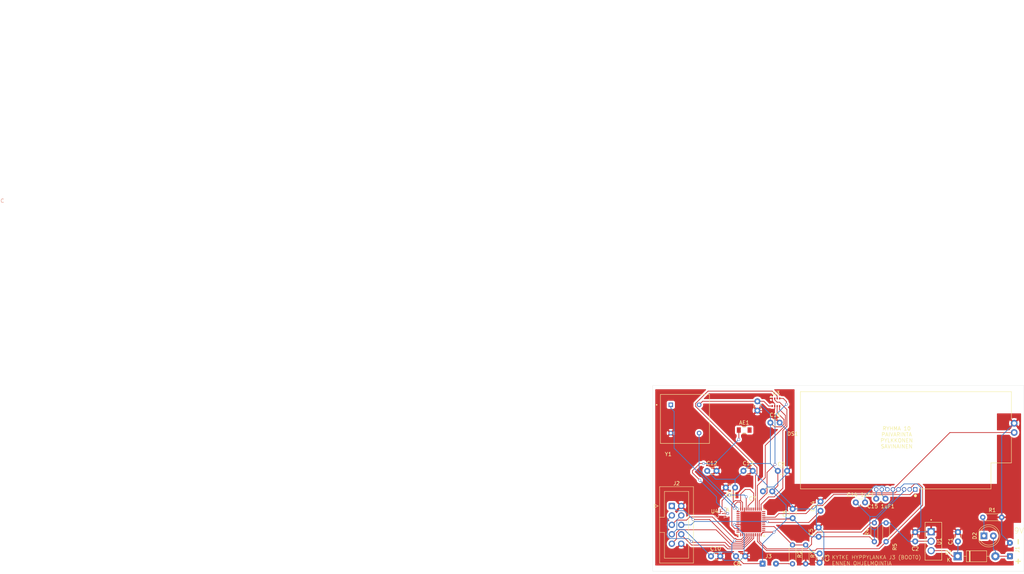
<source format=kicad_pcb>
(kicad_pcb (version 20240108) (generator "pcbnew") (generator_version "8.0")
  (layers (0 "F.Cu" signal) (31 "B.Cu" signal) (34 "B.Paste" user) (35 "F.Paste" user) (36 "B.SilkS" user "B.Silkscreen") (37 "F.SilkS" user "F.Silkscreen") (38 "B.Mask" user) (39 "F.Mask" user) (44 "Edge.Cuts" user))
  (net 0 "")
  (net 1 "GND")
  (net 2 "Net-(D1-K)")
  (net 3 "+3.3V")
  (net 4 "BOOT0")
  (net 5 "SRST")
  (net 6 "Net-(DS1-VOUT)")
  (net 7 "Net-(DS1-C1-)")
  (net 8 "Net-(DS1-C1+)")
  (net 9 "Net-(D1-A)")
  (net 10 "Net-(D2-K)")
  (net 11 ">SDA")
  (net 12 "RESET")
  (net 13 ">SCL")
  (net 14 "TMS")
  (net 15 "TDI")
  (net 16 "NRST")
  (net 17 "TCK")
  (net 18 "TDO")
  (net 19 "Net-(J3-Pin_2)")
  (net 20 "SDI")
  (net 24 "SCK")
  (net 29 "32IN")
  (net 35 "RF1")
  (net 43 "CSB")
  (net 44 "32OUT")
  (net 46 "SDO")
  (net 48 "Net-(U4-OUT)")
  (footprint "lcd:LCD_NHD-C0216CIZ-FSW-FBW-3V3" (layer "F.Cu") (at 240.25 63.2)
    (property "Reference" "DS1")
    (property "Value" "NHD-C0216CIZ-FSW-FBW-3V3")
  )
  (footprint "Resistor_THT:R_Axial_DIN0204_L3.6mm_D1.6mm_P5.08mm_Horizontal" (layer "F.Cu") (at 234.5 93.58 90)
    (property "Reference" "R4")
    (property "Value" "4.7 kΩ")
  )
  (footprint "lpf:CSP6_BUMPLESS_STM" (layer "F.Cu") (at 193.25 85.413 180)
    (property "Reference" "U4")
    (property "Value" "MLPF-WB-01E3")
  )
  (footprint "Capacitor_THT:C_Disc_D3.0mm_W1.6mm_P2.50mm" (layer "F.Cu") (at 206.5 61.5)
    (property "Reference" "C15")
    (property "Value" "100 nF")
  )
  (footprint "Capacitor_THT:C_Disc_D3.0mm_W1.6mm_P2.50mm" (layer "F.Cu") (at 219.5 92.25 90)
    (property "Reference" "C5")
    (property "Value" "4u7")
  )
  (footprint "Resistor_THT:R_Axial_DIN0204_L3.6mm_D1.6mm_P5.08mm_Horizontal" (layer "F.Cu") (at 263.695 87)
    (property "Reference" "R1")
    (property "Value" "330 Ω")
  )
  (footprint "Capacitor_THT:C_Disc_D3.0mm_W1.6mm_P2.50mm" (layer "F.Cu") (at 190.5 97.5)
    (property "Reference" "C10")
    (property "Value" "100 nF")
  )
  (footprint "Connector_Wire:SolderWire-0.1sqmm_1x02_P3.6mm_D0.4mm_OD1mm" (layer "F.Cu") (at 271 97.5 90)
    (property "Reference" "J1")
    (property "Value" "Conn_01x02_Pin")
  )
  (footprint "Capacitor_THT:C_Disc_D3.0mm_W1.6mm_P2.50mm" (layer "F.Cu") (at 257 93.5 90)
    (property "Reference" "C1")
    (property "Value" "100 nF")
  )
  (footprint "oskillaattori:XTAL_ACHL-32.000MHZ-EK" (layer "F.Cu") (at 183.5 60.5)
    (property "Reference" "Y1")
    (property "Value" "ACHL-32.000MHZ-EK")
  )
  (footprint "Package_LGA:Bosch_LGA-8_2.5x2.5mm_P0.65mm_ClockwisePinNumbering" (layer "F.Cu") (at 208 56)
    (property "Reference" "U3")
    (property "Value" "BME280")
  )
  (footprint "Resistor_THT:R_Axial_DIN0204_L3.6mm_D1.6mm_P5.08mm_Horizontal" (layer "F.Cu") (at 237.65 93.58 90)
    (property "Reference" "R5")
    (property "Value" "4.7 kΩ")
  )
  (footprint "Capacitor_THT:C_Disc_D3.0mm_W1.6mm_P2.50mm" (layer "F.Cu") (at 220 85.25 90)
    (property "Reference" "C14")
    (property "Value" "100 nF")
  )
  (footprint "Capacitor_THT:C_Disc_D3.0mm_W1.6mm_P2.50mm" (layer "F.Cu") (at 207 80 180)
    (property "Reference" "C7")
    (property "Value" "100 nF")
  )
  (footprint "Diode_THT:D_DO-41_SOD81_P10.16mm_Horizontal" (layer "F.Cu") (at 256.92 97.5)
    (property "Reference" "D1")
    (property "Value" "1N4001")
  )
  (footprint "Connector_IDC:IDC-Header_2x05_P2.54mm_Vertical" (layer "F.Cu") (at 179.96 83.96)
    (property "Reference" "J2")
    (property "Value" "AVR-JTAG-10")
  )
  (footprint "Capacitor_THT:C_Disc_D3.0mm_W1.6mm_P2.50mm" (layer "F.Cu") (at 245.5 93.5 90)
    (property "Reference" "C2")
    (property "Value" "10 uF")
  )
  (footprint "Capacitor_THT:C_Disc_D3.0mm_W1.6mm_P2.50mm" (layer "F.Cu") (at 189.5 74.5)
    (property "Reference" "C12")
    (property "Value" "100 nF")
  )
  (footprint "Capacitor_THT:C_Disc_D3.0mm_W1.6mm_P2.50mm" (layer "F.Cu") (at 197 79 180)
    (property "Reference" "C11")
    (property "Value" "4u7")
  )
  (footprint "Capacitor_THT:C_Disc_D3.0mm_W1.6mm_P2.50mm" (layer "F.Cu") (at 208.5 74.5)
    (property "Reference" "C9")
    (property "Value" "100 nF")
  )
  (footprint "Capacitor_THT:C_Disc_D3.0mm_W1.6mm_P2.50mm" (layer "F.Cu") (at 212.5 87.25 90)
    (property "Reference" "C6")
    (property "Value" "100 nF")
  )
  (footprint "Resistor_THT:R_Axial_DIN0204_L3.6mm_D1.6mm_P5.08mm_Horizontal" (layer "F.Cu") (at 212.46 94.46 -90)
    (property "Reference" "R2")
    (property "Value" "220 Ω")
  )
  (footprint "Capacitor_THT:C_Disc_D3.0mm_W1.6mm_P2.50mm" (layer "F.Cu") (at 203 55.75 -90)
    (property "Reference" "C4" (hide yes))
    (property "Value" "100 nF")
  )
  (footprint "Resistor_THT:R_Axial_DIN0204_L3.6mm_D1.6mm_P5.08mm_Horizontal" (layer "F.Cu") (at 216 94.46 -90)
    (property "Reference" "R3")
    (property "Value" "5k1 Ω")
  )
  (footprint "Package_DFN_QFN:QFN-48-1EP_7x7mm_P0.5mm_EP5.6x5.6mm" (layer "F.Cu") (at 201.25 88.25 180)
    (property "Reference" "U2" (hide yes))
    (property "Value" "STM32WB55CEUx")
  )
  (footprint "rekulaattori:TO255P1020X450X1968-3" (layer "F.Cu") (at 250.395 93.45 -90)
    (property "Reference" "U1")
    (property "Value" "LD1117V33")
  )
  (footprint "Connector_Wire:SolderWire-0.1sqmm_1x02_P3.6mm_D0.4mm_OD1mm" (layer "F.Cu") (at 204.4 99.5)
    (property "Reference" "J3")
    (property "Value" "Conn_01x02_Pin")
  )
  (footprint "Capacitor_THT:C_Disc_D3.0mm_W1.6mm_P2.50mm" (layer "F.Cu") (at 197.25 97.5)
    (property "Reference" "C8")
    (property "Value" "100 nF")
  )
  (footprint "footprints:ANT_W3008_PUL" (layer "F.Cu") (at 199.4478 63.5)
    (property "Reference" "AE1")
    (property "Value" "W3008")
  )
  (footprint "LED_THT:LED_D5.0mm_Clear" (layer "F.Cu") (at 264 92)
    (property "Reference" "D2")
    (property "Value" "LED")
  )
  (footprint "Capacitor_THT:C_Disc_D3.0mm_W1.6mm_P2.50mm" (layer "F.Cu") (at 219.75 96.75 -90)
    (property "Reference" "C3")
    (property "Value" "100 nF")
  )
  (footprint "Capacitor_THT:C_Disc_D3.0mm_W1.6mm_P2.50mm" (layer "F.Cu") (at 237.5 82 180)
    (property "Reference" "C15 1uF1")
    (property "Value" "1uF")
  )
  (footprint "Capacitor_THT:C_Disc_D3.0mm_W1.6mm_P2.50mm" (layer "F.Cu") (at 229.5 83)
    (property "Reference" "C14 1uF1")
    (property "Value" "~")
  )
  (footprint "Capacitor_THT:C_Disc_D3.0mm_W1.6mm_P2.50mm" (layer "F.Cu") (at 199.25 74.5)
    (property "Reference" "C13")
    (property "Value" "100 nF")
  )
  (gr_rect (start 174.775 51.5) (end 274.775 101.5) (stroke (width 0.05)) (fill none) (layer "Edge.Cuts"))
  (gr_text "C" (at -0.3048 1.7173 0) (layer "B.SilkS") (effects (font (size 1 1))))
  (gr_text "+   -" (at 274 100 90) (layer "F.SilkS") (effects (font (size 1.5 1.5) (thickness 0.3) (bold yes)) (justify left bottom)))
  (gr_text "KYTKE HYPPYLANKA J3 (BOOT0)\nENNEN OHJELMOINTIA" (at 223 100 0) (layer "F.SilkS") (effects (font (size 1 1) (thickness 0.1)) (justify left bottom)))
  (gr_text "9V" (at 272 91.5 0) (layer "F.SilkS") (effects (font (size 1.5 1.5) (thickness 0.1)) (justify left bottom)))
  (gr_text "RYHMA 10\nPAIVARINTA\nPYLKKONEN\nSAVINAINEN" (at 240.5 68.5 0) (layer "F.SilkS") (effects (font (size 1 1) (thickness 0.125)) (justify bottom)))
  (gr_text "A" (at 195 85 0) (layer "F.SilkS") (effects (font (size 1 1))))
  (segment (start 266.7716 88.0017) (end 259.9983 88.0017) (width 0.2) (layer "F.Cu") (net 1))
  (segment (start 195.111 77.611) (end 195.111 78.389) (width 0.2) (layer "F.Cu") (net 1))
  (segment (start 222.3323 80.4177) (end 220 82.75) (width 0.2) (layer "F.Cu") (net 1))
  (segment (start 191.96 74.5) (end 192 74.5) (width 0.2) (layer "F.Cu") (net 1))
  (segment (start 197.7863 88.9738) (end 197.8125 89) (width 0.2) (layer "F.Cu") (net 1))
  (segment (start 201.25 88.2499) (end 200.1369 87.1368) (width 0.2) (layer "F.Cu") (net 1))
  (segment (start 207.675 56.4733) (end 207.025 55.8233) (width 0.2) (layer "F.Cu") (net 1))
  (segment (start 203 58.25) (end 206.7039 58.25) (width 0.2) (layer "F.Cu") (net 1))
  (segment (start 267.7733 87) (end 266.7716 88.0017) (width 0.2) (layer "F.Cu") (net 1))
  (segment (start 207.25 58.25) (end 206.7039 58.25) (width 0.2) (layer "F.Cu") (net 1))
  (segment (start 195.111 78.389) (end 194.5 79) (width 0.2) (layer "F.Cu") (net 1))
  (segment (start 191 95.5) (end 193 97.5) (width 0.2) (layer "F.Cu") (net 1))
  (segment (start 249.79 90.9) (end 256.9 90.9) (width 0.2) (layer "F.Cu") (net 1))
  (segment (start 217.2917 99.25) (end 217.0017 99.54) (width 0.2) (layer "F.Cu") (net 1))
  (segment (start 182.5 94.12) (end 183.88 95.5) (width 0.2) (layer "F.Cu") (net 1))
  (segment (start 256.9 90.9) (end 257 91) (width 0.2) (layer "F.Cu") (net 1))
  (segment (start 183.88 95.5) (end 191 95.5) (width 0.2) (layer "F.Cu") (net 1))
  (segment (start 193 84.826) (end 193 85.413) (width 0.2) (layer "F.Cu") (net 1))
  (segment (start 201.25 88.25) (end 200.1369 87.1368) (width 0.2) (layer "F.Cu") (net 1))
  (segment (start 219.75 99.25) (end 217.2917 99.25) (width 0.2) (layer "F.Cu") (net 1))
  (segment (start 199.75 97.5) (end 212.9583 97.5) (width 0.2) (layer "F.Cu") (net 1))
  (segment (start 206.7039 59.2039) (end 209 61.5) (width 0.2) (layer "F.Cu") (net 1))
  (segment (start 196.812 88.9738) (end 197.7863 88.9738) (width 0.2) (layer "F.Cu") (net 1))
  (segment (start 181.81 64.31) (end 179.69 64.31) (width 0.2) (layer "F.Cu") (net 1))
  (segment (start 193 86) (end 184.54 86) (width 0.2) (layer "F.Cu") (net 1))
  (segment (start 241 79.5) (end 240.0823 80.4177) (width 0.2) (layer "F.Cu") (net 1))
  (segment (start 212.9583 97.5) (end 214.9983 99.54) (width 0.2) (layer "F.Cu") (net 1))
  (segment (start 197.8125 89) (end 200.5 89) (width 0.2) (layer "F.Cu") (net 1))
  (segment (start 207.025 55.8233) (end 207.025 54.975) (width 0.2) (layer "F.Cu") (net 1))
  (segment (start 193 85.413) (end 193.5 85.413) (width 0.2) (layer "F.Cu") (net 1))
  (segment (start 195.111 77.611) (end 192 74.5) (width 0.2) (layer "F.Cu") (net 1))
  (segment (start 201.75 74.5) (end 198.639 77.611) (width 0.2) (layer "F.Cu") (net 1))
  (segment (start 193 85.413) (end 193 86) (width 0.2) (layer "F.Cu") (net 1))
  (segment (start 200.5 89) (end 201.25 88.25) (width 0.2) (layer "F.Cu") (net 1))
  (segment (start 182.5 83.96) (end 191.96 74.5) (width 0.2) (layer "F.Cu") (net 1))
  (segment (start 259.9983 88.0017) (end 257 91) (width 0.2) (layer "F.Cu") (net 1))
  (segment (start 184.54 86) (end 182.5 83.96) (width 0.2) (layer "F.Cu") (net 1))
  (segment (start 206.7039 58.25) (end 206.7039 59.2039) (width 0.2) (layer "F.Cu") (net 1))
  (segment (start 216 99.54) (end 217.0017 99.54) (width 0.2) (layer "F.Cu") (net 1))
  (segment (start 207.675 57.025) (end 207.675 57.825) (width 0.2) (layer "F.Cu") (net 1))
  (segment (start 199.5 86.5) (end 199.5 84.8125) (width 0.2) (layer "F.Cu") (net 1))
  (segment (start 200.1369 87.1368) (end 199.5 86.5) (width 0.2) (layer "F.Cu") (net 1))
  (segment (start 207.675 57.025) (end 207.675 56.4733) (width 0.2) (layer "F.Cu") (net 1))
  (segment (start 240.0823 80.4177) (end 222.3323 80.4177) (width 0.2) (layer "F.Cu") (net 1))
  (segment (start 216 99.54) (end 214.9983 99.54) (width 0.2) (layer "F.Cu") (net 1))
  (segment (start 192 74.5) (end 181.81 64.31) (width 0.2) (layer "F.Cu") (net 1))
  (segment (start 198.639 77.611) (end 195.111 77.611) (width 0.2) (layer "F.Cu") (net 1))
  (segment (start 201.25 88.25) (end 201.25 88.2499) (width 0.2) (layer "F.Cu") (net 1))
  (segment (start 207.675 57.825) (end 207.25 58.25) (width 0.2) (layer "F.Cu") (net 1))
  (segment (start 268.775 87) (end 267.7733 87) (width 0.2) (layer "F.Cu") (net 1))
  (via (at 196.812 88.9738) (size 0.7) (drill 0.5) (layers "F.Cu" "B.Cu") (net 1))
  (segment (start 193 97.5) (end 194.1079 98.6079) (width 0.2) (layer "B.Cu") (net 1))
  (segment (start 194.1079 98.6079) (end 198.3353 98.6079) (width 0.2) (layer "B.Cu") (net 1))
  (segment (start 209 61.5) (end 211 63.5) (width 0.2) (layer "B.Cu") (net 1))
  (segment (start 199.4432 97.5) (end 199.4432 91.605) (width 0.2) (layer "B.Cu") (net 1))
  (segment (start 218.8919 84.75) (end 218.8919 89.1419) (width 0.2) (layer "B.Cu") (net 1))
  (segment (start 272.15 61.66) (end 268.775 65.035) (width 0.2) (layer "B.Cu") (net 1))
  (segment (start 220 82.75) (end 218.8919 83.8581) (width 0.2) (layer "B.Cu") (net 1))
  (segment (start 205.6681 78.4181) (end 205.6681 78.8319) (width 0.2) (layer "B.Cu") (net 1))
  (segment (start 220.8886 91.1386) (end 220.8886 98.1114) (width 0.2) (layer "B.Cu") (net 1))
  (segment (start 247 79) (end 247 89.5) (width 0.2) (layer "B.Cu") (net 1))
  (segment (start 245.6 90.9) (end 246.4296 90.0704) (width 0.2) (layer "B.Cu") (net 1))
  (segment (start 247 89.5) (end 246.4296 90.0704) (width 0.2) (layer "B.Cu") (net 1))
  (segment (start 198.3353 98.6079) (end 199.4432 97.5) (width 0.2) (layer "B.Cu") (net 1))
  (segment (start 211 63.5) (end 211 74.5) (width 0.2) (layer "B.Cu") (net 1))
  (segment (start 218.1419 84.75) (end 212.5 84.75) (width 0.2) (layer "B.Cu") (net 1))
  (segment (start 271 93.9) (end 268.775 91.675) (width 0.2) (layer "B.Cu") (net 1))
  (segment (start 199.4432 91.605) (end 196.812 88.9738) (width 0.2) (layer "B.Cu") (net 1))
  (segment (start 241 79.5) (end 242.5 78) (width 0.2) (layer "B.Cu") (net 1))
  (segment (start 205.6681 78.8319) (end 204.5 80) (width 0.2) (layer "B.Cu") (net 1))
  (segment (start 211 74.5) (end 211 75.2292) (width 0.2) (layer "B.Cu") (net 1))
  (segment (start 268.775 65.035) (end 268.775 87) (width 0.2) (layer "B.Cu") (net 1))
  (segment (start 218.8919 84) (end 218.1419 84.75) (width 0.2) (layer "B.Cu") (net 1))
  (segment (start 219.5 89.75) (end 220.8886 91.1386) (width 0.2) (layer "B.Cu") (net 1))
  (segment (start 220.8886 98.1114) (end 219.75 99.25) (width 0.2) (layer "B.Cu") (net 1))
  (segment (start 218.8919 83.8581) (end 218.8919 84.75) (width 0.2) (layer "B.Cu") (net 1))
  (segment (start 201.75 74.5) (end 205.6681 78.4181) (width 0.2) (layer "B.Cu") (net 1))
  (segment (start 249.79 90.9) (end 245.6 90.9) (width 0.2) (layer "B.Cu") (net 1))
  (segment (start 199.4432 97.5) (end 199.75 97.5) (width 0.2) (layer "B.Cu") (net 1))
  (segment (start 242.5 78) (end 246 78) (width 0.2) (layer "B.Cu") (net 1))
  (segment (start 218.8919 89.1419) (end 219.5 89.75) (width 0.2) (layer "B.Cu") (net 1))
  (segment (start 212.5 84.75) (end 212.5 83.9346) (width 0.2) (layer "B.Cu") (net 1))
  (segment (start 268.775 91.675) (end 268.775 87) (width 0.2) (layer "B.Cu") (net 1))
  (segment (start 246.4296 90.0704) (end 245.5 91) (width 0.2) (layer "B.Cu") (net 1))
  (segment (start 212.5 83.9346) (end 207.3973 78.8319) (width 0.2) (layer "B.Cu") (net 1))
  (segment (start 211 75.2292) (end 207.3973 78.8319) (width 0.2) (layer "B.Cu") (net 1))
  (segment (start 246 78) (end 247 79) (width 0.2) (layer "B.Cu") (net 1))
  (segment (start 207.3973 78.8319) (end 205.6681 78.8319) (width 0.2) (layer "B.Cu") (net 1))
  (segment (start 254.0183 96) (end 255.5183 97.5) (width 0.2) (layer "F.Cu") (net 2))
  (segment (start 256.92 97.5) (end 255.5183 97.5) (width 0.2) (layer "F.Cu") (net 2))
  (segment (start 249.79 96) (end 254.0183 96) (width 0.2) (layer "F.Cu") (net 2))
  (segment (start 257 96.0183) (end 257 93.5) (width 0.2) (layer "B.Cu") (net 2))
  (segment (start 256.92 97.5) (end 256.92 96.0983) (width 0.2) (layer "B.Cu") (net 2))
  (segment (start 256.92 96.0983) (end 257 96.0183) (width 0.2) (layer "B.Cu") (net 2))
  (segment (start 208.5 78.5) (end 208.5 74.5) (width 0.2) (layer "F.Cu") (net 3))
  (segment (start 198.7724 93.5) (end 200 92.2724) (width 0.2) (layer "F.Cu") (net 3))
  (segment (start 204.6875 87.5) (end 212.25 87.5) (width 0.2) (layer "F.Cu") (net 3))
  (segment (start 233.17 92.25) (end 234.5 93.58) (width 0.2) (layer "F.Cu") (net 3))
  (segment (start 196.5504 82.9496) (end 196.5 82.8992) (width 0.2) (layer "F.Cu") (net 3))
  (segment (start 208.325 58.8127) (end 208.325 57.025) (width 0.2) (layer "F.Cu") (net 3))
  (segment (start 201 79.5) (end 199.75 79.5) (width 0.2) (layer "F.Cu") (net 3))
  (segment (start 219.5 92.25) (end 233.17 92.25) (width 0.2) (layer "F.Cu") (net 3))
  (segment (start 196.1156 89.2087) (end 196.9069 90) (width 0.2) (layer "F.Cu") (net 3))
  (segment (start 204.6875 91) (end 207.4774 91) (width 0.2) (layer "F.Cu") (net 3))
  (segment (start 196.5 79.5) (end 197 79) (width 0.2) (layer "F.Cu") (net 3))
  (segment (start 196.84745 93.34745) (end 197 93.5) (width 0.2) (layer "F.Cu") (net 3))
  (segment (start 210.1393 60.627) (end 208.325 58.8127) (width 0.2) (layer "F.Cu") (net 3))
  (segment (start 207 80) (end 208.5 78.5) (width 0.2) (layer "F.Cu") (net 3))
  (segment (start 207.622 62.622) (end 209.4361 62.622) (width 0.2) (layer "F.Cu") (net 3))
  (segment (start 206.025 57.025) (end 204.75 55.75) (width 0.2) (layer "F.Cu") (net 3))
  (segment (start 198.5 80.75) (end 198.5 82.5) (width 0.2) (layer "F.Cu") (net 3))
  (segment (start 197.8125 90.5) (end 197.8125 90) (width 0.2) (layer "F.Cu") (net 3))
  (segment (start 245.55 93.45) (end 245.5 93.5) (width 0.2) (layer "F.Cu") (net 3))
  (segment (start 239.5 79.5) (end 254.84 64.16) (width 0.2) (layer "F.Cu") (net 3))
  (segment (start 204 91.6875) (end 204.6875 91) (width 0.2) (layer "F.Cu") (net 3))
  (segment (start 212.25 87.5) (end 212.5 87.25) (width 0.2) (layer "F.Cu") (net 3))
  (segment (start 204.75 55.75) (end 203 55.75) (width 0.2) (layer "F.Cu") (net 3))
  (segment (start 200 92.2724) (end 200 91.6875) (width 0.2) (layer "F.Cu") (net 3))
  (segment (start 202 80.5) (end 201 79.5) (width 0.2) (layer "F.Cu") (net 3))
  (segment (start 199.75 79.5) (end 198.5 80.75) (width 0.2) (layer "F.Cu") (net 3))
  (segment (start 199 83) (end 198.5 82.5) (width 0.2) (layer "F.Cu") (net 3))
  (segment (start 196.5504 82.9496) (end 196.1156 83.3844) (width 0.2) (layer "F.Cu") (net 3))
  (segment (start 200.5 84.8125) (end 200.5 83.930307) (width 0.2) (layer "F.Cu") (net 3))
  (segment (start 197 93.5) (end 198.7724 93.5) (width 0.2) (layer "F.Cu") (net 3))
  (segment (start 196.9069 90) (end 197.8125 90) (width 0.2) (layer "F.Cu") (net 3))
  (segment (start 188.25 55.75) (end 187.31 56.69) (width 0.2) (layer "F.Cu") (net 3))
  (segment (start 199 84.8125) (end 199 84.0593) (width 0.2) (layer "F.Cu") (net 3))
  (segment (start 254.84 64.16) (end 272.15 64.16) (width 0.2) (layer "F.Cu") (net 3))
  (segment (start 249.79 93.45) (end 245.55 93.45) (width 0.2) (layer "F.Cu") (net 3))
  (segment (start 210.1393 61.9188) (end 210.1393 60.627) (width 0.2) (layer "F.Cu") (net 3))
  (segment (start 203 55.75) (end 188.25 55.75) (width 0.2) (layer "F.Cu") (net 3))
  (segment (start 198.5 82.5) (end 197 82.5) (width 0.2) (layer "F.Cu") (net 3))
  (segment (start 204.4 99.5) (end 199.25 99.5) (width 0.2) (layer "F.Cu") (net 3))
  (segment (start 199.25 99.5) (end 197.25 97.5) (width 0.2) (layer "F.Cu") (net 3))
  (segment (start 206.5 61.5) (end 207.622 62.622) (width 0.2) (layer "F.Cu") (net 3))
  (segment (start 202 82.430307) (end 202 80.5) (width 0.2) (layer "F.Cu") (net 3))
  (segment (start 199 84.0593) (end 199 83) (width 0.2) (layer "F.Cu") (net 3))
  (segment (start 197 82.5) (end 196.5504 82.9496) (width 0.2) (layer "F.Cu") (net 3))
  (segment (start 207.025 57.025) (end 206.025 57.025) (width 0.2) (layer "F.Cu") (net 3))
  (segment (start 196.5 82.8992) (end 196.5 79.5) (width 0.2) (layer "F.Cu") (net 3))
  (segment (start 196.1156 83.3844) (end 196.1156 89.2087) (width 0.2) (layer "F.Cu") (net 3))
  (segment (start 209.4361 62.622) (end 210.1393 61.9188) (width 0.2) (layer "F.Cu") (net 3))
  (segment (start 200.5 83.930307) (end 202 82.430307) (width 0.2) (layer "F.Cu") (net 3))
  (via (at 196.84745 93.34745) (size 0.7) (drill 0.5) (layers "F.Cu" "B.Cu") (net 3))
  (via (at 207.4774 91) (size 0.7) (drill 0.5) (layers "F.Cu" "B.Cu") (net 3))
  (segment (start 206.5 72.5) (end 206.5 61.5) (width 0.2) (layer "B.Cu") (net 3))
  (segment (start 243.6517 93.5) (end 238.6517 88.5) (width 0.2) (layer "B.Cu") (net 3))
  (segment (start 204.4 99.5) (end 204.4 94.0774) (width 0.2) (layer "B.Cu") (net 3))
  (segment (start 208.5 74.5) (end 206.5 72.5) (width 0.2) (layer "B.Cu") (net 3))
  (segment (start 233.2935 89.4418) (end 233.2935 86.9453) (width 0.2) (layer "B.Cu") (net 3))
  (segment (start 210.7238 87.25) (end 212.5 87.25) (width 0.2) (layer "B.Cu") (net 3))
  (segment (start 204.4 94.0774) (end 207.4774 91) (width 0.2) (layer "B.Cu") (net 3))
  (segment (start 191.75 76.75) (end 189.5 74.5) (width 0.2) (layer "B.Cu") (net 3))
  (segment (start 234.1483 90.2966) (end 233.2935 89.4418) (width 0.2) (layer "B.Cu") (net 3))
  (segment (start 197 76.75) (end 191.75 76.75) (width 0.2) (layer "B.Cu") (net 3))
  (segment (start 234.8517 90.2966) (end 236.6483 88.5) (width 0.2) (layer "B.Cu") (net 3))
  (segment (start 235.0395 86.7935) (end 239.5 82.333) (width 0.2) (layer "B.Cu") (net 3))
  (segment (start 181.23 90.31) (end 179.96 91.58) (width 0.2) (layer "B.Cu") (net 3))
  (segment (start 183.31 90.31) (end 190.5 97.5) (width 0.2) (layer "B.Cu") (net 3))
  (segment (start 234.5 90.6483) (end 234.8517 90.2966) (width 0.2) (layer "B.Cu") (net 3))
  (segment (start 197.25 97.5) (end 196.1153 96.3653) (width 0.2) (layer "B.Cu") (net 3))
  (segment (start 191.6347 96.3653) (end 190.5 97.5) (width 0.2) (layer "B.Cu") (net 3))
  (segment (start 233.2935 86.9453) (end 233.4453 86.7935) (width 0.2) (layer "B.Cu") (net 3))
  (segment (start 234.8517 90.2966) (end 234.1483 90.2966) (width 0.2) (layer "B.Cu") (net 3))
  (segment (start 233.2935 86.7935) (end 233.2935 86.9453) (width 0.2) (layer "B.Cu") (net 3))
  (segment (start 229.5 83) (end 233.2935 86.7935) (width 0.2) (layer "B.Cu") (net 3))
  (segment (start 181.3094 87.6906) (end 181.3094 90.31) (width 0.2) (layer "B.Cu") (net 3))
  (segment (start 197 76.75) (end 199.25 74.5) (width 0.2) (layer "B.Cu") (net 3))
  (segment (start 199.25 74.5) (end 201.25 72.5) (width 0.2) (layer "B.Cu") (net 3))
  (segment (start 196.84745 93.34745) (end 196.1153 94.0796) (width 0.2) (layer "B.Cu") (net 3))
  (segment (start 206.5 61.5) (end 206.5 59.25) (width 0.2) (layer "B.Cu") (net 3))
  (segment (start 217.5 92.25) (end 219.5 92.25) (width 0.2) (layer "B.Cu") (net 3))
  (segment (start 234.5 93.58) (end 234.5 90.6483) (width 0.2) (layer "B.Cu") (net 3))
  (segment (start 182.5 86.5) (end 181.3094 87.6906) (width 0.2) (layer "B.Cu") (net 3))
  (segment (start 206.5 59.25) (end 203 55.75) (width 0.2) (layer "B.Cu") (net 3))
  (segment (start 197 79) (end 197 76.75) (width 0.2) (layer "B.Cu") (net 3))
  (segment (start 181.3094 90.31) (end 183.31 90.31) (width 0.2) (layer "B.Cu") (net 3))
  (segment (start 181.3094 90.31) (end 181.23 90.31) (width 0.2) (layer "B.Cu") (net 3))
  (segment (start 237.65 88.5) (end 238.6517 88.5) (width 0.2) (layer "B.Cu") (net 3))
  (segment (start 210.7238 87.7536) (end 210.7238 87.25) (width 0.2) (layer "B.Cu") (net 3))
  (segment (start 212.5 87.25) (end 217.5 92.25) (width 0.2) (layer "B.Cu") (net 3))
  (segment (start 201.25 72.5) (end 206.5 72.5) (width 0.2) (layer "B.Cu") (net 3))
  (segment (start 233.4453 86.7935) (end 235.0395 86.7935) (width 0.2) (layer "B.Cu") (net 3))
  (segment (start 237.65 88.5) (end 236.6483 88.5) (width 0.2) (layer "B.Cu") (net 3))
  (segment (start 196.1153 94.0796) (end 196.1153 96.3653) (width 0.2) (layer "B.Cu") (net 3))
  (segment (start 210.7238 87.25) (end 210.7238 83.7238) (width 0.2) (layer "B.Cu") (net 3))
  (segment (start 245.5 93.5) (end 243.6517 93.5) (width 0.2) (layer "B.Cu") (net 3))
  (segment (start 210.7238 83.7238) (end 207 80) (width 0.2) (layer "B.Cu") (net 3))
  (segment (start 196.1153 96.3653) (end 191.6347 96.3653) (width 0.2) (layer "B.Cu") (net 3))
  (segment (start 207.4774 91) (end 210.7238 87.7536) (width 0.2) (layer "B.Cu") (net 3))
  (segment (start 239.5 82.333) (end 239.5 79.5) (width 0.2) (layer "B.Cu") (net 3))
  (segment (start 204.6875 89.5) (end 207.5 89.5) (width 0.2) (layer "F.Cu") (net 4))
  (segment (start 216 94.46) (end 212.46 94.46) (width 0.2) (layer "F.Cu") (net 4))
  (segment (start 207.5 89.5) (end 212.46 94.46) (width 0.2) (layer "F.Cu") (net 4))
  (segment (start 218.29 96.75) (end 216 94.46) (width 0.2) (layer "B.Cu") (net 4))
  (segment (start 219.75 96.75) (end 218.29 96.75) (width 0.2) (layer "B.Cu") (net 4))
  (segment (start 216.8501 88.3999) (end 205.9085 88.3999) (width 0.2) (layer "F.Cu") (net 5))
  (segment (start 205.5086 88) (end 205.7102 88.2016) (width 0.2) (layer "F.Cu") (net 5))
  (segment (start 220 85.25) (end 216.8501 88.3999) (width 0.2) (layer "F.Cu") (net 5))
  (segment (start 205.9085 88.3999) (end 205.7102 88.2016) (width 0.2) (layer "F.Cu") (net 5))
  (segment (start 204.6875 88) (end 205.5086 88) (width 0.2) (layer "F.Cu") (net 5))
  (via (at 205.7102 88.2016) (size 0.7) (drill 0.5) (layers "F.Cu" "B.Cu") (net 5))
  (segment (start 182.5 89.04) (end 185.1576 89.04) (width 0.2) (layer "B.Cu") (net 5))
  (segment (start 205.6355 88.1269) (end 205.7102 88.2016) (width 0.2) (layer "B.Cu") (net 5))
  (segment (start 185.1576 89.04) (end 186.0707 88.1269) (width 0.2) (layer "B.Cu") (net 5))
  (segment (start 186.0707 88.1269) (end 205.6355 88.1269) (width 0.2) (layer "B.Cu") (net 5))
  (segment (start 237.0816 78.5816) (end 238 79.5) (width 0.2) (layer "B.Cu") (net 6))
  (segment (start 232 81.1647) (end 234.5831 78.5816) (width 0.2) (layer "B.Cu") (net 6))
  (segment (start 234.5831 78.5816) (end 237.0816 78.5816) (width 0.2) (layer "B.Cu") (net 6))
  (segment (start 232 83) (end 232 81.1647) (width 0.2) (layer "B.Cu") (net 6))
  (segment (start 234.75 79.75) (end 235 79.5) (width 0.2) (layer "B.Cu") (net 7))
  (segment (start 235 79.5) (end 235 82) (width 0.2) (layer "B.Cu") (net 7))
  (segment (start 236.5 81) (end 237.5 82) (width 0.2) (layer "B.Cu") (net 8))
  (segment (start 236.5 79.5) (end 236.5 81) (width 0.2) (layer "B.Cu") (net 8))
  (segment (start 267.08 97.5) (end 271 97.5) (width 0.2) (layer "F.Cu") (net 9))
  (segment (start 267.08 97.5) (end 267.08 96.0983) (width 0.2) (layer "B.Cu") (net 9))
  (segment (start 266.54 95.5583) (end 267.08 96.0983) (width 0.2) (layer "B.Cu") (net 9))
  (segment (start 266.54 92) (end 266.54 95.5583) (width 0.2) (layer "B.Cu") (net 9))
  (segment (start 264 87.305) (end 263.695 87) (width 0.2) (layer "B.Cu") (net 10))
  (segment (start 264 92) (end 264 87.305) (width 0.2) (layer "B.Cu") (net 10))
  (segment (start 205.557486 95.4918) (end 216.3856 95.4918) (width 0.2) (layer "F.Cu") (net 11))
  (segment (start 203.5 93.434314) (end 205.557486 95.4918) (width 0.2) (layer "F.Cu") (net 11))
  (segment (start 230.9983 91) (end 233.4983 88.5) (width 0.2) (layer "F.Cu") (net 11))
  (segment (start 233.4983 88.5) (end 234.5 88.5) (width 0.2) (layer "F.Cu") (net 11))
  (segment (start 216.3856 95.4918) (end 217.5954 94.282) (width 0.2) (layer "F.Cu") (net 11))
  (segment (start 219.1864 91) (end 230.9983 91) (width 0.2) (layer "F.Cu") (net 11))
  (segment (start 217.5954 92.591) (end 219.1864 91) (width 0.2) (layer "F.Cu") (net 11))
  (segment (start 217.5954 94.282) (end 217.5954 92.591) (width 0.2) (layer "F.Cu") (net 11))
  (segment (start 203.5 91.6875) (end 203.5 93.434314) (width 0.2) (layer "F.Cu") (net 11))
  (segment (start 234.5 88.5) (end 234.5 88) (width 0.2) (layer "B.Cu") (net 11))
  (segment (start 242.5 80) (end 242.5 79.5) (width 0.2) (layer "B.Cu") (net 11))
  (segment (start 234.5 88) (end 242.5 80) (width 0.2) (layer "B.Cu") (net 11))
  (segment (start 207.7985 87) (end 208.7985 86) (width 0.2) (layer "F.Cu") (net 12))
  (segment (start 244.122 80.878) (end 245.5 79.5) (width 0.2) (layer "F.Cu") (net 12))
  (segment (start 223.4929 80.878) (end 244.122 80.878) (width 0.2) (layer "F.Cu") (net 12))
  (segment (start 216.1134 86) (end 218.2617 83.8517) (width 0.2) (layer "F.Cu") (net 12))
  (segment (start 220.5192 83.8517) (end 223.4929 80.878) (width 0.2) (layer "F.Cu") (net 12))
  (segment (start 208.7985 86) (end 216.1134 86) (width 0.2) (layer "F.Cu") (net 12))
  (segment (start 204.6875 87) (end 207.7985 87) (width 0.2) (layer "F.Cu") (net 12))
  (segment (start 218.2617 83.8517) (end 220.5192 83.8517) (width 0.2) (layer "F.Cu") (net 12))
  (segment (start 245.3498 78) (end 244 79.3498) (width 0.2) (layer "F.Cu") (net 13))
  (segment (start 237.65 93.58) (end 247.5 83.73) (width 0.2) (layer "F.Cu") (net 13))
  (segment (start 244 79.3498) (end 244 79.5) (width 0.2) (layer "F.Cu") (net 13))
  (segment (start 247.5 79) (end 246.5 78) (width 0.2) (layer "F.Cu") (net 13))
  (segment (start 218.5995 95.9251) (end 219.0502 95.4744) (width 0.2) (layer "F.Cu") (net 13))
  (segment (start 219.0502 95.4744) (end 235.7556 95.4744) (width 0.2) (layer "F.Cu") (net 13))
  (segment (start 246.5 78) (end 245.3498 78) (width 0.2) (layer "F.Cu") (net 13))
  (segment (start 247.5 83.73) (end 247.5 79) (width 0.2) (layer "F.Cu") (net 13))
  (segment (start 235.7556 95.4744) (end 237.65 93.58) (width 0.2) (layer "F.Cu") (net 13))
  (segment (start 203 91.6875) (end 203 93.5) (width 0.2) (layer "F.Cu") (net 13))
  (segment (start 203 93.5) (end 205.4251 95.9251) (width 0.2) (layer "F.Cu") (net 13))
  (segment (start 205.4251 95.9251) (end 218.5995 95.9251) (width 0.2) (layer "F.Cu") (net 13))
  (segment (start 190.9015 86.9015) (end 184.8128 86.9015) (width 0.2) (layer "F.Cu") (net 14))
  (segment (start 184.8128 86.9015) (end 183.9443 87.77) (width 0.2) (layer "F.Cu") (net 14))
  (segment (start 196.69745 92.69745) (end 190.9015 86.9015) (width 0.2) (layer "F.Cu") (net 14))
  (segment (start 198.6405 93) (end 197.419239 93) (width 0.2) (layer "F.Cu") (net 14))
  (segment (start 197.116689 92.69745) (end 196.69745 92.69745) (width 0.2) (layer "F.Cu") (net 14))
  (segment (start 199.5 91.6875) (end 199.5 92.1405) (width 0.2) (layer "F.Cu") (net 14))
  (segment (start 197.419239 93) (end 197.116689 92.69745) (width 0.2) (layer "F.Cu") (net 14))
  (segment (start 181.23 87.77) (end 179.96 89.04) (width 0.2) (layer "F.Cu") (net 14))
  (segment (start 183.9443 87.77) (end 181.23 87.77) (width 0.2) (layer "F.Cu") (net 14))
  (segment (start 199.5 92.1405) (end 198.6405 93) (width 0.2) (layer "F.Cu") (net 14))
  (segment (start 196 94.5) (end 198.9663 94.5) (width 0.2) (layer "F.Cu") (net 15))
  (segment (start 198.9663 94.5) (end 201 92.4663) (width 0.2) (layer "F.Cu") (net 15))
  (segment (start 191.8699 90.3699) (end 196 94.5) (width 0.2) (layer "F.Cu") (net 15))
  (segment (start 179.96 94.12) (end 181.23 92.85) (width 0.2) (layer "F.Cu") (net 15))
  (segment (start 201 92.4663) (end 201 91.6875) (width 0.2) (layer "F.Cu") (net 15))
  (segment (start 182.0217 90.3699) (end 191.8699 90.3699) (width 0.2) (layer "F.Cu") (net 15))
  (segment (start 181.23 91.1616) (end 182.0217 90.3699) (width 0.2) (layer "F.Cu") (net 15))
  (segment (start 181.23 92.85) (end 181.23 91.1616) (width 0.2) (layer "F.Cu") (net 15))
  (segment (start 194 94.5) (end 195 95.5) (width 0.2) (layer "F.Cu") (net 16))
  (segment (start 202 92.6526) (end 202 91.6875) (width 0.2) (layer "F.Cu") (net 16))
  (segment (start 182.5 91.6938) (end 185.3062 94.5) (width 0.2) (layer "F.Cu") (net 16))
  (segment (start 185.3062 94.5) (end 194 94.5) (width 0.2) (layer "F.Cu") (net 16))
  (segment (start 195 95.5) (end 199.1526 95.5) (width 0.2) (layer "F.Cu") (net 16))
  (segment (start 182.5 91.58) (end 182.5 91.6938) (width 0.2) (layer "F.Cu") (net 16))
  (segment (start 199.1526 95.5) (end 202 92.6526) (width 0.2) (layer "F.Cu") (net 16))
  (segment (start 196.5 94) (end 198.8443 94) (width 0.2) (layer "F.Cu") (net 17))
  (segment (start 190.0913 87.5913) (end 196.5 94) (width 0.2) (layer "F.Cu") (net 17))
  (segment (start 198.8443 94) (end 200.5 92.3443) (width 0.2) (layer "F.Cu") (net 17))
  (segment (start 185.6847 87.5913) (end 190.0913 87.5913) (width 0.2) (layer "F.Cu") (net 17))
  (segment (start 200.5 92.3443) (end 200.5 91.6875) (width 0.2) (layer "F.Cu") (net 17))
  (via (at 185.6847 87.5913) (size 0.7) (drill 0.5) (layers "F.Cu" "B.Cu") (net 17))
  (segment (start 183.3234 85.23) (end 181.23 85.23) (width 0.2) (layer "B.Cu") (net 17))
  (segment (start 181.23 85.23) (end 179.96 83.96) (width 0.2) (layer "B.Cu") (net 17))
  (segment (start 185.6847 87.5913) (end 183.3234 85.23) (width 0.2) (layer "B.Cu") (net 17))
  (segment (start 195.5 95) (end 199.0647 95) (width 0.2) (layer "F.Cu") (net 18))
  (segment (start 194.2555 93.7555) (end 195.5 95) (width 0.2) (layer "F.Cu") (net 18))
  (segment (start 185.2345 93.5068) (end 185.4832 93.7555) (width 0.2) (layer "F.Cu") (net 18))
  (segment (start 185.4832 93.7555) (end 194.2555 93.7555) (width 0.2) (layer "F.Cu") (net 18))
  (segment (start 201.5 92.5647) (end 201.5 91.6875) (width 0.2) (layer "F.Cu") (net 18))
  (segment (start 199.0647 95) (end 201.5 92.5647) (width 0.2) (layer "F.Cu") (net 18))
  (via (at 185.2345 93.5068) (size 0.7) (drill 0.5) (layers "F.Cu" "B.Cu") (net 18))
  (segment (start 179.4736 92.7342) (end 184.4619 92.7342) (width 0.2) (layer "B.Cu") (net 18))
  (segment (start 178.7961 92.0567) (end 179.4736 92.7342) (width 0.2) (layer "B.Cu") (net 18))
  (segment (start 184.4619 92.7342) (end 185.2345 93.5068) (width 0.2) (layer "B.Cu") (net 18))
  (segment (start 178.7961 87.6639) (end 178.7961 92.0567) (width 0.2) (layer "B.Cu") (net 18))
  (segment (start 179.96 86.5) (end 178.7961 87.6639) (width 0.2) (layer "B.Cu") (net 18))
  (segment (start 212.46 99.54) (end 211.4583 99.54) (width 0.2) (layer "F.Cu") (net 19))
  (segment (start 211.4183 99.5) (end 211.4583 99.54) (width 0.2) (layer "F.Cu") (net 19))
  (segment (start 208 99.5) (end 211.4183 99.5) (width 0.2) (layer "F.Cu") (net 19))
  (segment (start 202.5 84.8125) (end 202.5 75.7419) (width 0.2) (layer "F.Cu") (net 20))
  (segment (start 207 53) (end 208.325 54.325) (width 0.2) (layer "F.Cu") (net 20))
  (segment (start 202.8827 73.6064) (end 186.3808 57.1045) (width 0.2) (layer "F.Cu") (net 20))
  (segment (start 202.5 75.7419) (end 202.8827 75.3592) (width 0.2) (layer "F.Cu") (net 20))
  (segment (start 202.8827 75.3592) (end 202.8827 73.6064) (width 0.2) (layer "F.Cu") (net 20))
  (segment (start 186.3808 57.1045) (end 186.3808 56.3233) (width 0.2) (layer "F.Cu") (net 20))
  (segment (start 186.3808 56.3233) (end 189.7041 53) (width 0.2) (layer "F.Cu") (net 20))
  (segment (start 208.325 54.325) (end 208.325 54.975) (width 0.2) (layer "F.Cu") (net 20))
  (segment (start 189.7041 53) (end 207 53) (width 0.2) (layer "F.Cu") (net 20))
  (segment (start 203.5 84.8125) (end 203.5 82.5581) (width 0.2) (layer "F.Cu") (net 24))
  (segment (start 205.6017 80.4564) (end 205.6017 74.9017) (width 0.2) (layer "F.Cu") (net 24))
  (segment (start 208.975 54.975) (end 209.975 54.975) (width 0.2) (layer "F.Cu") (net 24))
  (segment (start 203.5 82.5581) (end 205.6017 80.4564) (width 0.2) (layer "F.Cu") (net 24))
  (segment (start 209.975 54.975) (end 210.8037 55.8037) (width 0.2) (layer "F.Cu") (net 24))
  (segment (start 205.6017 74.9017) (end 207.7356 72.7678) (width 0.2) (layer "F.Cu") (net 24))
  (segment (start 210.8037 55.8037) (end 210.8037 56.544) (width 0.2) (layer "F.Cu") (net 24))
  (via (at 210.8037 56.544) (size 0.7) (drill 0.5) (layers "F.Cu" "B.Cu") (net 24))
  (via (at 207.7356 72.7678) (size 0.7) (drill 0.5) (layers "F.Cu" "B.Cu") (net 24))
  (segment (start 207.7356 59.6121) (end 207.7356 72.7678) (width 0.2) (layer "B.Cu") (net 24))
  (segment (start 210.8037 56.544) (end 207.7356 59.6121) (width 0.2) (layer "B.Cu") (net 24))
  (segment (start 197.572674 82.9) (end 196.7952 83.677475) (width 0.2) (layer "F.Cu") (net 29))
  (segment (start 198.5 83.065686) (end 198.334314 82.9) (width 0.2) (layer "F.Cu") (net 29))
  (segment (start 198.334314 82.9) (end 197.572674 82.9) (width 0.2) (layer "F.Cu") (net 29))
  (segment (start 198.5 84.8125) (end 198.5 83.065686) (width 0.2) (layer "F.Cu") (net 29))
  (segment (start 196.7952 83.677475) (end 196.7952 84.5955) (width 0.2) (layer "F.Cu") (net 29))
  (via (at 196.7952 84.5955) (size 0.7) (drill 0.5) (layers "F.Cu" "B.Cu") (net 29))
  (segment (start 179.69 57.5957) (end 180.5957 58.5014) (width 0.2) (layer "B.Cu") (net 29))
  (segment (start 180.5957 68.396) (end 196.7952 84.5955) (width 0.2) (layer "B.Cu") (net 29))
  (segment (start 179.69 56.69) (end 179.69 57.5957) (width 0.2) (layer "B.Cu") (net 29))
  (segment (start 180.5957 58.5014) (end 180.5957 68.396) (width 0.2) (layer "B.Cu") (net 29))
  (segment (start 200 81.5) (end 200 84.8125) (width 0.2) (layer "F.Cu") (net 35))
  (segment (start 193.5 84.826) (end 193.5 82.5) (width 0.2) (layer "F.Cu") (net 35))
  (segment (start 193.5 82.5) (end 195 81) (width 0.2) (layer "F.Cu") (net 35))
  (segment (start 195 81) (end 195.5 81) (width 0.2) (layer "F.Cu") (net 35))
  (via (at 200 81.5) (size 0.7) (drill 0.5) (layers "F.Cu" "B.Cu") (net 35))
  (via (at 195.5 81) (size 0.7) (drill 0.5) (layers "F.Cu" "B.Cu") (net 35))
  (segment (start 199.5 81) (end 200 81.5) (width 0.2) (layer "B.Cu") (net 35))
  (segment (start 195.5 81) (end 199.5 81) (width 0.2) (layer "B.Cu") (net 35))
  (segment (start 209.8478 63.6143) (end 210.9427 62.5194) (width 0.2) (layer "F.Cu") (net 43))
  (segment (start 210.9427 62.5194) (end 210.9427 57.9677) (width 0.2) (layer "F.Cu") (net 43))
  (segment (start 204 84.8125) (end 204 83.5) (width 0.2) (layer "F.Cu") (net 43))
  (segment (start 206 81.5) (end 207.527818 81.5) (width 0.2) (layer "F.Cu") (net 43))
  (segment (start 208.975 56) (end 208.325 56) (width 0.2) (layer "F.Cu") (net 43))
  (segment (start 209.8478 79.180018) (end 209.8478 63.6143) (width 0.2) (layer "F.Cu") (net 43))
  (segment (start 210.9427 57.9677) (end 208.975 56) (width 0.2) (layer "F.Cu") (net 43))
  (segment (start 207.675 55.35) (end 207.675 54.975) (width 0.2) (layer "F.Cu") (net 43))
  (segment (start 207.527818 81.5) (end 209.8478 79.180018) (width 0.2) (layer "F.Cu") (net 43))
  (segment (start 204 83.5) (end 206 81.5) (width 0.2) (layer "F.Cu") (net 43))
  (segment (start 208.325 56) (end 207.675 55.35) (width 0.2) (layer "F.Cu") (net 43))
  (segment (start 197.6975 85.385) (end 197.6975 84.8125) (width 0.2) (layer "F.Cu") (net 44))
  (segment (start 197.8125 85.5) (end 197.6975 85.385) (width 0.2) (layer "F.Cu") (net 44))
  (via (at 197.6975 84.8125) (size 0.7) (drill 0.5) (layers "F.Cu" "B.Cu") (net 44))
  (segment (start 187.31 64.31) (end 187.31 74.1832) (width 0.2) (layer "B.Cu") (net 44))
  (segment (start 197.6975 84.5707) (end 197.6975 84.8125) (width 0.2) (layer "B.Cu") (net 44))
  (segment (start 187.31 74.1832) (end 197.6975 84.5707) (width 0.2) (layer "B.Cu") (net 44))
  (segment (start 205.125 67.6639) (end 210.541 62.2479) (width 0.2) (layer "F.Cu") (net 46))
  (segment (start 203 84.8125) (end 203 78.4442) (width 0.2) (layer "F.Cu") (net 46))
  (segment (start 203 78.4442) (end 205.125 76.3192) (width 0.2) (layer "F.Cu") (net 46))
  (segment (start 208.975 57.975) (end 208.975 57.025) (width 0.2) (layer "F.Cu") (net 46))
  (segment (start 205.125 76.3192) (end 205.125 67.6639) (width 0.2) (layer "F.Cu") (net 46))
  (segment (start 210.541 62.2479) (end 210.541 59.541) (width 0.2) (layer "F.Cu") (net 46))
  (segment (start 210.541 59.541) (end 208.975 57.975) (width 0.2) (layer "F.Cu") (net 46))
  (segment (start 195 86) (end 193.5 86) (width 0.2) (layer "F.Cu") (net 48))
  (segment (start 185.5 75) (end 187.5 77) (width 0.2) (layer "F.Cu") (net 48))
  (segment (start 185.5 74.5) (end 185.5 75) (width 0.2) (layer "F.Cu") (net 48))
  (segment (start 188.5 72.5) (end 187.5 72.5) (width 0.2) (layer "F.Cu") (net 48))
  (segment (start 198 63.5) (end 198 66) (width 0.2) (layer "F.Cu") (net 48))
  (segment (start 187.5 72.5) (end 185.5 74.5) (width 0.2) (layer "F.Cu") (net 48))
  (via (at 195 86) (size 0.7) (drill 0.5) (layers "F.Cu" "B.Cu") (net 48))
  (via (at 187.5 77) (size 0.7) (drill 0.5) (layers "F.Cu" "B.Cu") (net 48))
  (via (at 198 66) (size 0.7) (drill 0.5) (layers "F.Cu" "B.Cu") (net 48))
  (via (at 188.5 72.5) (size 0.7) (drill 0.5) (layers "F.Cu" "B.Cu") (net 48))
  (segment (start 187.5 77) (end 192 81.5) (width 0.2) (layer "B.Cu") (net 48))
  (segment (start 192 83) (end 194 85) (width 0.2) (layer "B.Cu") (net 48))
  (segment (start 192 81.5) (end 192 83) (width 0.2) (layer "B.Cu") (net 48))
  (segment (start 191.5 72.5) (end 188.5 72.5) (width 0.2) (layer "B.Cu") (net 48))
  (segment (start 198 66) (end 191.5 72.5) (width 0.2) (layer "B.Cu") (net 48))
  (segment (start 194 85) (end 195 86) (width 0.2) (layer "B.Cu") (net 48))
  (zone (net 1) (net_name "GND") (layer "F.Cu") (connect_pads (clearance 0.5)) (min_thickness 0.25) (fill yes (thermal_gap 0.5) (thermal_bridge_width 0.5))
    (polygon (pts (xy 175.5 52.5) (xy 213 52.5) (xy 213 78) (xy 267.5 78) (xy 267.5 59) (xy 274 59) (xy 274 88.5) (xy 272 88.5) (xy 272 100) (xy 175.5 100)))
  )
)
</source>
